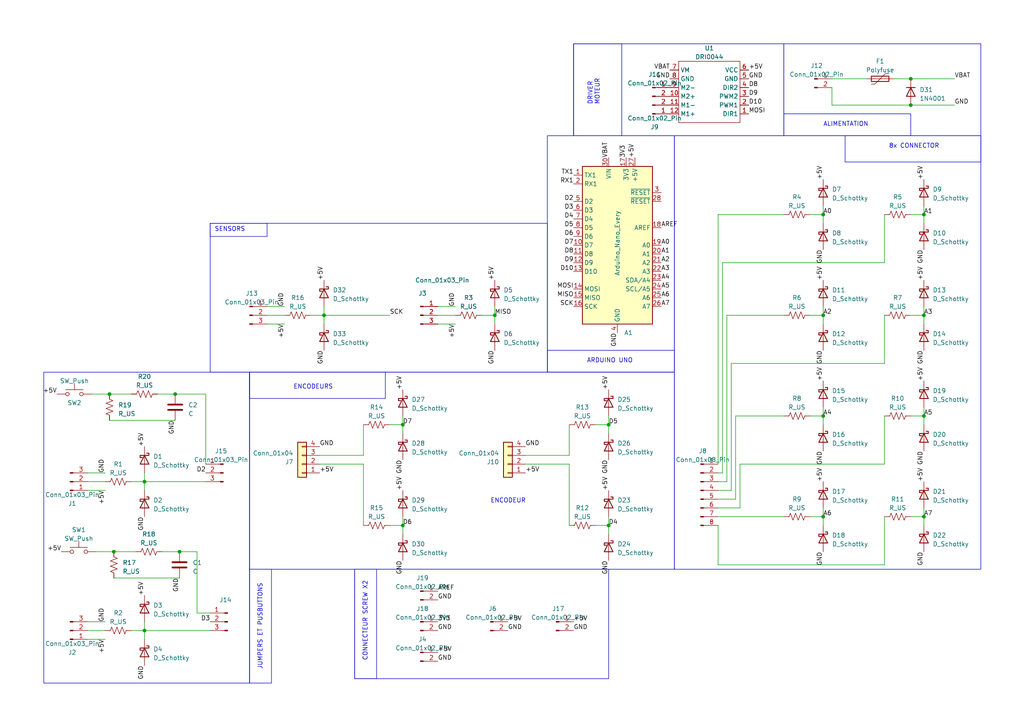
<source format=kicad_sch>
(kicad_sch (version 20230121) (generator eeschema)
  (paper "A4")
  (lib_symbols
    (symbol "Connector:Conn_01x02_Pin" (pin_names (offset 1.016) hide)
      (property "Reference" "J" (at 0 2.54 0))
      (property "Value" "Conn_01x02_Pin" (at 0 -5.08 0))
      (symbol "Conn_01x02_Pin_1_1"
        (polyline (pts (xy 1.27 -2.54) (xy 0.8636 -2.54)) (stroke (width 0.1524)))
        (polyline (pts (xy 1.27 0) (xy 0.8636 0)) (stroke (width 0.1524)))
        (rectangle (start 0.8636 -2.413) (end 0 -2.667) (stroke (width 0.1524)) (fill (type outline)))
        (rectangle (start 0.8636 0.127) (end 0 -0.127) (stroke (width 0.1524)) (fill (type outline)))
        (pin passive line (at 5.08 0 180) (length 3.81) (name "Pin_1") (number "1"))
        (pin passive line (at 5.08 -2.54 180) (length 3.81) (name "Pin_2") (number "2"))
      )
    )
    (symbol "Connector:Conn_01x03_Pin" (pin_names (offset 1.016) hide)
      (property "Reference" "J" (at 0 5.08 0))
      (property "Value" "Conn_01x03_Pin" (at 0 -5.08 0))
      (symbol "Conn_01x03_Pin_1_1"
        (polyline (pts (xy 1.27 -2.54) (xy 0.8636 -2.54)) (stroke (width 0.1524)))
        (polyline (pts (xy 1.27 0) (xy 0.8636 0)) (stroke (width 0.1524)))
        (polyline (pts (xy 1.27 2.54) (xy 0.8636 2.54)) (stroke (width 0.1524)))
        (rectangle (start 0.8636 -2.413) (end 0 -2.667) (stroke (width 0.1524)) (fill (type outline)))
        (rectangle (start 0.8636 0.127) (end 0 -0.127) (stroke (width 0.1524)) (fill (type outline)))
        (rectangle (start 0.8636 2.667) (end 0 2.413) (stroke (width 0.1524)) (fill (type outline)))
        (pin passive line (at 5.08 2.54 180) (length 3.81) (name "Pin_1") (number "1"))
        (pin passive line (at 5.08 0 180) (length 3.81) (name "Pin_2") (number "2"))
        (pin passive line (at 5.08 -2.54 180) (length 3.81) (name "Pin_3") (number "3"))
      )
    )
    (symbol "Connector:Conn_01x08_Pin" (pin_names (offset 1.016) hide)
      (property "Reference" "J" (at 0 10.16 0))
      (property "Value" "Conn_01x08_Pin" (at 0 -12.7 0))
      (symbol "Conn_01x08_Pin_1_1"
        (polyline (pts (xy 1.27 -10.16) (xy 0.8636 -10.16)) (stroke (width 0.1524)))
        (polyline (pts (xy 1.27 -7.62) (xy 0.8636 -7.62)) (stroke (width 0.1524)))
        (polyline (pts (xy 1.27 -5.08) (xy 0.8636 -5.08)) (stroke (width 0.1524)))
        (polyline (pts (xy 1.27 -2.54) (xy 0.8636 -2.54)) (stroke (width 0.1524)))
        (polyline (pts (xy 1.27 0) (xy 0.8636 0)) (stroke (width 0.1524)))
        (polyline (pts (xy 1.27 2.54) (xy 0.8636 2.54)) (stroke (width 0.1524)))
        (polyline (pts (xy 1.27 5.08) (xy 0.8636 5.08)) (stroke (width 0.1524)))
        (polyline (pts (xy 1.27 7.62) (xy 0.8636 7.62)) (stroke (width 0.1524)))
        (rectangle (start 0.8636 -10.033) (end 0 -10.287) (stroke (width 0.1524)) (fill (type outline)))
        (rectangle (start 0.8636 -7.493) (end 0 -7.747) (stroke (width 0.1524)) (fill (type outline)))
        (rectangle (start 0.8636 -4.953) (end 0 -5.207) (stroke (width 0.1524)) (fill (type outline)))
        (rectangle (start 0.8636 -2.413) (end 0 -2.667) (stroke (width 0.1524)) (fill (type outline)))
        (rectangle (start 0.8636 0.127) (end 0 -0.127) (stroke (width 0.1524)) (fill (type outline)))
        (rectangle (start 0.8636 2.667) (end 0 2.413) (stroke (width 0.1524)) (fill (type outline)))
        (rectangle (start 0.8636 5.207) (end 0 4.953) (stroke (width 0.1524)) (fill (type outline)))
        (rectangle (start 0.8636 7.747) (end 0 7.493) (stroke (width 0.1524)) (fill (type outline)))
        (pin passive line (at 5.08 7.62 180) (length 3.81) (name "Pin_1") (number "1"))
        (pin passive line (at 5.08 5.08 180) (length 3.81) (name "Pin_2") (number "2"))
        (pin passive line (at 5.08 2.54 180) (length 3.81) (name "Pin_3") (number "3"))
        (pin passive line (at 5.08 0 180) (length 3.81) (name "Pin_4") (number "4"))
        (pin passive line (at 5.08 -2.54 180) (length 3.81) (name "Pin_5") (number "5"))
        (pin passive line (at 5.08 -5.08 180) (length 3.81) (name "Pin_6") (number "6"))
        (pin passive line (at 5.08 -7.62 180) (length 3.81) (name "Pin_7") (number "7"))
        (pin passive line (at 5.08 -10.16 180) (length 3.81) (name "Pin_8") (number "8"))
      )
    )
    (symbol "Connector_Generic:Conn_01x04" (pin_names (offset 1.016) hide)
      (property "Reference" "J" (at 0 5.08 0))
      (property "Value" "Conn_01x04" (at 0 -7.62 0))
      (symbol "Conn_01x04_1_1"
        (rectangle (start -1.27 -4.953) (end 0 -5.207) (stroke (width 0.1524)))
        (rectangle (start -1.27 -2.413) (end 0 -2.667) (stroke (width 0.1524)))
        (rectangle (start -1.27 0.127) (end 0 -0.127) (stroke (width 0.1524)))
        (rectangle (start -1.27 2.667) (end 0 2.413) (stroke (width 0.1524)))
        (rectangle (start -1.27 3.81) (end 1.27 -6.35) (stroke (width 0.254)) (fill (type background)))
        (pin passive line (at -5.08 2.54 0) (length 3.81) (name "Pin_1") (number "1"))
        (pin passive line (at -5.08 0 0) (length 3.81) (name "Pin_2") (number "2"))
        (pin passive line (at -5.08 -2.54 0) (length 3.81) (name "Pin_3") (number "3"))
        (pin passive line (at -5.08 -5.08 0) (length 3.81) (name "Pin_4") (number "4"))
      )
    )
    (symbol "Device:C" (pin_numbers hide) (pin_names (offset 0.254))
      (property "Reference" "C" (at 0.635 2.54 0))
      (property "Value" "C" (at 0.635 -2.54 0))
      (symbol "C_0_1"
        (polyline (pts (xy -2.032 -0.762) (xy 2.032 -0.762)) (stroke (width 0.508)))
        (polyline (pts (xy -2.032 0.762) (xy 2.032 0.762)) (stroke (width 0.508)))
      )
      (symbol "C_1_1"
        (pin passive line (at 0 3.81 270) (length 2.794) (name "~") (number "1"))
        (pin passive line (at 0 -3.81 90) (length 2.794) (name "~") (number "2"))
      )
    )
    (symbol "Device:D_Schottky" (pin_numbers hide) (pin_names (offset 1.016) hide)
      (property "Reference" "D" (at 0 2.54 0))
      (property "Value" "D_Schottky" (at 0 -2.54 0))
      (symbol "D_Schottky_0_1"
        (polyline (pts (xy 1.27 0) (xy -1.27 0)))
        (polyline (pts (xy 1.27 1.27) (xy 1.27 -1.27) (xy -1.27 0) (xy 1.27 1.27)) (stroke (width 0.254)))
        (polyline (pts (xy -1.905 0.635) (xy -1.905 1.27) (xy -1.27 1.27) (xy -1.27 -1.27) (xy -0.635 -1.27) (xy -0.635 -0.635)) (stroke (width 0.254)))
      )
      (symbol "D_Schottky_1_1"
        (pin passive line (at -3.81 0 0) (length 2.54) (name "K") (number "1"))
        (pin passive line (at 3.81 0 180) (length 2.54) (name "A") (number "2"))
      )
    )
    (symbol "Device:Polyfuse" (pin_numbers hide) (pin_names (offset 0))
      (property "Reference" "F" (at -2.54 0 90))
      (property "Value" "Polyfuse" (at 2.54 0 90))
      (symbol "Polyfuse_0_1"
        (rectangle (start -0.762 2.54) (end 0.762 -2.54) (stroke (width 0.254)))
        (polyline (pts (xy 0 2.54) (xy 0 -2.54)))
        (polyline (pts (xy -1.524 2.54) (xy -1.524 1.524) (xy 1.524 -1.524) (xy 1.524 -2.54)))
      )
      (symbol "Polyfuse_1_1"
        (pin passive line (at 0 3.81 270) (length 1.27) (name "~") (number "1"))
        (pin passive line (at 0 -3.81 90) (length 1.27) (name "~") (number "2"))
      )
    )
    (symbol "Device:R_US" (pin_numbers hide) (pin_names (offset 0))
      (property "Reference" "R" (at 2.54 0 90))
      (property "Value" "R_US" (at -2.54 0 90))
      (symbol "R_US_0_1"
        (polyline (pts (xy 0 -2.286) (xy 0 -2.54)))
        (polyline (pts (xy 0 2.286) (xy 0 2.54)))
        (polyline (pts (xy 0 -0.762) (xy 1.016 -1.143) (xy 0 -1.524) (xy -1.016 -1.905) (xy 0 -2.286)))
        (polyline (pts (xy 0 0.762) (xy 1.016 0.381) (xy 0 0) (xy -1.016 -0.381) (xy 0 -0.762)))
        (polyline (pts (xy 0 2.286) (xy 1.016 1.905) (xy 0 1.524) (xy -1.016 1.143) (xy 0 0.762)))
      )
      (symbol "R_US_1_1"
        (pin passive line (at 0 3.81 270) (length 1.27) (name "~") (number "1"))
        (pin passive line (at 0 -3.81 90) (length 1.27) (name "~") (number "2"))
      )
    )
    (symbol "Diode:1N4001" (pin_numbers hide) (pin_names hide)
      (property "Reference" "D" (at 0 2.54 0))
      (property "Value" "1N4001" (at 0 -2.54 0))
      (symbol "1N4001_0_1"
        (polyline (pts (xy -1.27 1.27) (xy -1.27 -1.27)) (stroke (width 0.254)))
        (polyline (pts (xy 1.27 0) (xy -1.27 0)))
        (polyline (pts (xy 1.27 1.27) (xy 1.27 -1.27) (xy -1.27 0) (xy 1.27 1.27)) (stroke (width 0.254)))
      )
      (symbol "1N4001_1_1"
        (pin passive line (at -3.81 0 0) (length 2.54) (name "K") (number "1"))
        (pin passive line (at 3.81 0 180) (length 2.54) (name "A") (number "2"))
      )
    )
    (symbol "MCU_Module:Arduino_Nano_Every"
      (property "Reference" "A" (at -10.16 23.495 0))
      (property "Value" "Arduino_Nano_Every" (at 5.08 -24.13 0))
      (symbol "Arduino_Nano_Every_0_1"
        (rectangle (start -10.16 22.86) (end 10.16 -22.86) (stroke (width 0.254)) (fill (type background)))
      )
      (symbol "Arduino_Nano_Every_1_1"
        (pin bidirectional line (at -12.7 20.32 0) (length 2.54) (name "TX1") (number "1"))
        (pin bidirectional line (at -12.7 0 0) (length 2.54) (name "D7") (number "10"))
        (pin bidirectional line (at -12.7 -2.54 0) (length 2.54) (name "D8") (number "11"))
        (pin bidirectional line (at -12.7 -5.08 0) (length 2.54) (name "D9") (number "12"))
        (pin bidirectional line (at -12.7 -7.62 0) (length 2.54) (name "D10") (number "13"))
        (pin bidirectional line (at -12.7 -12.7 0) (length 2.54) (name "MOSI") (number "14"))
        (pin bidirectional line (at -12.7 -15.24 0) (length 2.54) (name "MISO") (number "15"))
        (pin bidirectional line (at -12.7 -17.78 0) (length 2.54) (name "SCK") (number "16"))
        (pin power_out line (at 2.54 25.4 270) (length 2.54) (name "3V3") (number "17"))
        (pin input line (at 12.7 5.08 180) (length 2.54) (name "AREF") (number "18"))
        (pin bidirectional line (at 12.7 0 180) (length 2.54) (name "A0") (number "19"))
        (pin bidirectional line (at -12.7 17.78 0) (length 2.54) (name "RX1") (number "2"))
        (pin bidirectional line (at 12.7 -2.54 180) (length 2.54) (name "A1") (number "20"))
        (pin bidirectional line (at 12.7 -5.08 180) (length 2.54) (name "A2") (number "21"))
        (pin bidirectional line (at 12.7 -7.62 180) (length 2.54) (name "A3") (number "22"))
        (pin bidirectional line (at 12.7 -10.16 180) (length 2.54) (name "SDA/A4") (number "23"))
        (pin bidirectional line (at 12.7 -12.7 180) (length 2.54) (name "SCL/A5") (number "24"))
        (pin bidirectional line (at 12.7 -15.24 180) (length 2.54) (name "A6") (number "25"))
        (pin bidirectional line (at 12.7 -17.78 180) (length 2.54) (name "A7") (number "26"))
        (pin power_out line (at 5.08 25.4 270) (length 2.54) (name "+5V") (number "27"))
        (pin input line (at 12.7 12.7 180) (length 2.54) (name "~{RESET}") (number "28"))
        (pin passive line (at 0 -25.4 90) (length 2.54) hide (name "GND") (number "29"))
        (pin input line (at 12.7 15.24 180) (length 2.54) (name "~{RESET}") (number "3"))
        (pin power_in line (at -2.54 25.4 270) (length 2.54) (name "VIN") (number "30"))
        (pin power_in line (at 0 -25.4 90) (length 2.54) (name "GND") (number "4"))
        (pin bidirectional line (at -12.7 12.7 0) (length 2.54) (name "D2") (number "5"))
        (pin bidirectional line (at -12.7 10.16 0) (length 2.54) (name "D3") (number "6"))
        (pin bidirectional line (at -12.7 7.62 0) (length 2.54) (name "D4") (number "7"))
        (pin bidirectional line (at -12.7 5.08 0) (length 2.54) (name "D5") (number "8"))
        (pin bidirectional line (at -12.7 2.54 0) (length 2.54) (name "D6") (number "9"))
      )
    )
    (symbol "MoLib:DRI0044"
      (property "Reference" "U?" (at -5.08 10.16 0))
      (property "Value" "DRI0044" (at 0 -9.9544 0))
      (symbol "DRI0044_0_1"
        (rectangle (start -8.89 8.89) (end 8.89 -8.89))
      )
      (symbol "DRI0044_1_1"
        (pin input line (at -11.43 6.35 0) (length 2.54) (name "DIR1") (number "1"))
        (pin bidirectional line (at 11.43 1.27 180) (length 2.54) (name "M2+") (number "10"))
        (pin bidirectional line (at 11.43 3.81 180) (length 2.54) (name "M1-") (number "11"))
        (pin bidirectional line (at 11.43 6.35 180) (length 2.54) (name "M1+") (number "12"))
        (pin input line (at -11.43 3.81 0) (length 2.54) (name "PWM1") (number "2"))
        (pin input line (at -11.43 1.27 0) (length 2.54) (name "PWM2") (number "3"))
        (pin input line (at -11.43 -1.27 0) (length 2.54) (name "DIR2") (number "4"))
        (pin passive line (at -11.43 -3.81 0) (length 2.54) (name "GND") (number "5"))
        (pin passive line (at -11.43 -6.35 0) (length 2.54) (name "VCC") (number "6"))
        (pin passive line (at 11.43 -6.35 180) (length 2.54) (name "VM") (number "7"))
        (pin passive line (at 11.43 -3.81 180) (length 2.54) (name "GND") (number "8"))
        (pin bidirectional line (at 11.43 -1.27 180) (length 2.54) (name "M2-") (number "9"))
      )
    )
    (symbol "Switch:SW_Push" (pin_numbers hide) (pin_names (offset 1.016) hide)
      (property "Reference" "SW" (at 1.27 2.54 0))
      (property "Value" "SW_Push" (at 0 -1.524 0))
      (symbol "SW_Push_0_1"
        (circle (center -2.032 0) (radius 0.508))
        (polyline (pts (xy 0 1.27) (xy 0 3.048)))
        (polyline (pts (xy 2.54 1.27) (xy -2.54 1.27)))
        (circle (center 2.032 0) (radius 0.508))
        (pin passive line (at -5.08 0 0) (length 2.54) (name "1") (number "1"))
        (pin passive line (at 5.08 0 180) (length 2.54) (name "2") (number "2"))
      )
    )
  )
  (junction (at 267.97 91.44))
  (junction (at 116.84 152.4))
  (junction (at 33.02 160.02))
  (junction (at 31.75 114.3))
  (junction (at 41.91 139.7))
  (junction (at 50.8 114.3))
  (junction (at 267.97 120.65))
  (junction (at 264.16 30.48))
  (junction (at 238.76 91.44))
  (junction (at 143.51 91.44))
  (junction (at 264.16 22.86))
  (junction (at 176.53 123.19))
  (junction (at 176.53 152.4))
  (junction (at 52.07 160.02))
  (junction (at 116.84 123.19))
  (junction (at 238.76 120.65))
  (junction (at 238.76 62.23))
  (junction (at 41.91 182.88))
  (junction (at 238.76 149.86))
  (junction (at 267.97 62.23))
  (junction (at 267.97 149.86))
  (junction (at 93.98 91.44))
  (wire (pts (xy 256.54 163.83) (xy 208.28 163.83)))
  (wire (pts (xy 256.54 105.41) (xy 212.09 105.41)))
  (wire (pts (xy 26.67 114.3) (xy 31.75 114.3)))
  (wire (pts (xy 256.54 76.2) (xy 209.55 76.2)))
  (wire (pts (xy 172.72 123.19) (xy 176.53 123.19)))
  (wire (pts (xy 264.16 22.86) (xy 276.86 22.86)))
  (wire (pts (xy 176.53 152.4) (xy 176.53 154.94)))
  (wire (pts (xy 256.54 91.44) (xy 256.54 105.41)))
  (wire (pts (xy 113.03 152.4) (xy 116.84 152.4)))
  (wire (pts (xy 241.3 25.4) (xy 241.3 30.48)))
  (wire (pts (xy 38.1 182.88) (xy 41.91 182.88)))
  (wire (pts (xy 116.84 123.19) (xy 116.84 120.65)))
  (wire (pts (xy 139.7 91.44) (xy 143.51 91.44)))
  (wire (pts (xy 52.07 160.02) (xy 57.15 160.02)))
  (wire (pts (xy 93.98 91.44) (xy 93.98 93.98)))
  (wire (pts (xy 33.02 160.02) (xy 39.37 160.02)))
  (wire (pts (xy 227.33 62.23) (xy 208.28 62.23)))
  (wire (pts (xy 267.97 91.44) (xy 267.97 93.98)))
  (wire (pts (xy 46.99 160.02) (xy 52.07 160.02)))
  (wire (pts (xy 31.75 121.92) (xy 50.8 121.92)))
  (wire (pts (xy 152.4 134.62) (xy 165.1 134.62)))
  (wire (pts (xy 41.91 182.88) (xy 41.91 185.42)))
  (wire (pts (xy 264.16 91.44) (xy 267.97 91.44)))
  (wire (pts (xy 267.97 149.86) (xy 267.97 152.4)))
  (wire (pts (xy 212.09 142.24) (xy 208.28 142.24)))
  (wire (pts (xy 227.33 91.44) (xy 210.82 91.44)))
  (wire (pts (xy 238.76 62.23) (xy 238.76 59.69)))
  (wire (pts (xy 208.28 163.83) (xy 208.28 152.4)))
  (wire (pts (xy 241.3 22.86) (xy 251.46 22.86)))
  (wire (pts (xy 41.91 139.7) (xy 41.91 142.24)))
  (wire (pts (xy 264.16 120.65) (xy 267.97 120.65)))
  (wire (pts (xy 105.41 132.08) (xy 105.41 123.19)))
  (wire (pts (xy 267.97 120.65) (xy 267.97 123.19)))
  (wire (pts (xy 152.4 132.08) (xy 165.1 132.08)))
  (wire (pts (xy 256.54 120.65) (xy 256.54 134.62)))
  (wire (pts (xy 234.95 120.65) (xy 238.76 120.65)))
  (wire (pts (xy 59.69 114.3) (xy 50.8 114.3)))
  (wire (pts (xy 176.53 152.4) (xy 176.53 149.86)))
  (wire (pts (xy 210.82 139.7) (xy 208.28 139.7)))
  (wire (pts (xy 238.76 120.65) (xy 238.76 123.19)))
  (wire (pts (xy 256.54 62.23) (xy 256.54 76.2)))
  (wire (pts (xy 267.97 149.86) (xy 267.97 147.32)))
  (wire (pts (xy 33.02 167.64) (xy 52.07 167.64)))
  (wire (pts (xy 238.76 62.23) (xy 238.76 64.77)))
  (wire (pts (xy 210.82 91.44) (xy 210.82 139.7)))
  (wire (pts (xy 25.4 180.34) (xy 30.48 180.34)))
  (wire (pts (xy 127 88.9) (xy 132.08 88.9)))
  (wire (pts (xy 127 93.98) (xy 132.08 93.98)))
  (wire (pts (xy 59.69 134.62) (xy 59.69 114.3)))
  (wire (pts (xy 116.84 152.4) (xy 116.84 149.86)))
  (wire (pts (xy 267.97 62.23) (xy 267.97 64.77)))
  (wire (pts (xy 172.72 152.4) (xy 176.53 152.4)))
  (wire (pts (xy 57.15 160.02) (xy 57.15 177.8)))
  (wire (pts (xy 25.4 142.24) (xy 30.48 142.24)))
  (wire (pts (xy 267.97 62.23) (xy 267.97 59.69)))
  (wire (pts (xy 25.4 185.42) (xy 30.48 185.42)))
  (wire (pts (xy 92.71 132.08) (xy 105.41 132.08)))
  (wire (pts (xy 176.53 123.19) (xy 176.53 120.65)))
  (wire (pts (xy 105.41 134.62) (xy 105.41 152.4)))
  (wire (pts (xy 256.54 149.86) (xy 256.54 163.83)))
  (wire (pts (xy 234.95 149.86) (xy 238.76 149.86)))
  (wire (pts (xy 92.71 134.62) (xy 105.41 134.62)))
  (wire (pts (xy 176.53 123.19) (xy 176.53 125.73)))
  (wire (pts (xy 41.91 182.88) (xy 60.96 182.88)))
  (wire (pts (xy 165.1 123.19) (xy 165.1 132.08)))
  (wire (pts (xy 57.15 177.8) (xy 60.96 177.8)))
  (wire (pts (xy 41.91 182.88) (xy 41.91 180.34)))
  (wire (pts (xy 77.47 93.98) (xy 82.55 93.98)))
  (wire (pts (xy 45.72 114.3) (xy 50.8 114.3)))
  (wire (pts (xy 213.36 144.78) (xy 208.28 144.78)))
  (wire (pts (xy 127 91.44) (xy 132.08 91.44)))
  (wire (pts (xy 213.36 120.65) (xy 213.36 144.78)))
  (wire (pts (xy 267.97 91.44) (xy 267.97 88.9)))
  (wire (pts (xy 209.55 137.16) (xy 208.28 137.16)))
  (wire (pts (xy 208.28 149.86) (xy 227.33 149.86)))
  (wire (pts (xy 241.3 30.48) (xy 264.16 30.48)))
  (wire (pts (xy 212.09 105.41) (xy 212.09 142.24)))
  (wire (pts (xy 27.94 160.02) (xy 33.02 160.02)))
  (wire (pts (xy 238.76 149.86) (xy 238.76 152.4)))
  (wire (pts (xy 90.17 91.44) (xy 93.98 91.44)))
  (wire (pts (xy 238.76 120.65) (xy 238.76 118.11)))
  (wire (pts (xy 93.98 91.44) (xy 113.03 91.44)))
  (wire (pts (xy 267.97 120.65) (xy 267.97 118.11)))
  (wire (pts (xy 259.08 22.86) (xy 264.16 22.86)))
  (wire (pts (xy 209.55 76.2) (xy 209.55 137.16)))
  (wire (pts (xy 25.4 182.88) (xy 30.48 182.88)))
  (wire (pts (xy 93.98 91.44) (xy 93.98 88.9)))
  (wire (pts (xy 38.1 139.7) (xy 41.91 139.7)))
  (wire (pts (xy 116.84 152.4) (xy 116.84 154.94)))
  (wire (pts (xy 41.91 139.7) (xy 59.69 139.7)))
  (wire (pts (xy 143.51 91.44) (xy 143.51 93.98)))
  (wire (pts (xy 77.47 91.44) (xy 82.55 91.44)))
  (wire (pts (xy 41.91 139.7) (xy 41.91 137.16)))
  (wire (pts (xy 234.95 62.23) (xy 238.76 62.23)))
  (wire (pts (xy 238.76 91.44) (xy 238.76 88.9)))
  (wire (pts (xy 25.4 137.16) (xy 30.48 137.16)))
  (wire (pts (xy 113.03 123.19) (xy 116.84 123.19)))
  (wire (pts (xy 234.95 91.44) (xy 238.76 91.44)))
  (wire (pts (xy 238.76 149.86) (xy 238.76 147.32)))
  (wire (pts (xy 264.16 62.23) (xy 267.97 62.23)))
  (wire (pts (xy 116.84 123.19) (xy 116.84 125.73)))
  (wire (pts (xy 214.63 134.62) (xy 214.63 147.32)))
  (wire (pts (xy 264.16 30.48) (xy 276.86 30.48)))
  (wire (pts (xy 238.76 91.44) (xy 238.76 93.98)))
  (wire (pts (xy 31.75 114.3) (xy 38.1 114.3)))
  (wire (pts (xy 25.4 139.7) (xy 30.48 139.7)))
  (wire (pts (xy 165.1 134.62) (xy 165.1 152.4)))
  (wire (pts (xy 143.51 91.44) (xy 143.51 88.9)))
  (wire (pts (xy 256.54 134.62) (xy 214.63 134.62)))
  (wire (pts (xy 208.28 62.23) (xy 208.28 134.62)))
  (wire (pts (xy 77.47 88.9) (xy 82.55 88.9)))
  (wire (pts (xy 264.16 149.86) (xy 267.97 149.86)))
  (wire (pts (xy 214.63 147.32) (xy 208.28 147.32)))
  (wire (pts (xy 227.33 120.65) (xy 213.36 120.65)))
  (rectangle (start 227.33 33.02) (end 264.16 39.37))
  (rectangle (start 72.39 107.95) (end 111.76 115.57))
  (rectangle (start 245.11 39.37) (end 284.48 46.99))
  (rectangle (start 102.87 165.1) (end 109.22 196.85))
  (rectangle (start 12.7 107.95) (end 72.39 198.12))
  (rectangle (start 158.75 101.6) (end 195.58 107.95))
  (rectangle (start 166.37 12.7) (end 180.34 39.37))
  (rectangle (start 72.39 107.95) (end 195.58 165.1))
  (rectangle (start 72.39 165.1) (end 78.74 198.12))
  (rectangle (start 195.58 39.37) (end 284.48 165.1))
  (rectangle (start 60.96 64.77) (end 158.75 107.95))
  (rectangle (start 158.75 39.37) (end 195.58 107.95))
  (rectangle (start 60.96 64.77) (end 77.47 68.58))
  (rectangle (start 227.33 12.7) (end 284.48 39.37))
  (rectangle (start 102.87 165.1) (end 176.53 196.85))
  (rectangle (start 166.37 12.7) (end 227.33 39.37))
  (text "ALIMENTATION" (at 238.76 36.83 0) (effects (font (size 1.27 1.27)) (justify left bottom)))
  (text "ENCODEURS" (at 85.09 113.03 0) (effects (font (size 1.27 1.27)) (justify left bottom)))
  (text "ENCODEUR" (at 142.24 146.05 0) (effects (font (size 1.27 1.27)) (justify left bottom)))
  (text "JUMPERS ET PUSBUTTONS" (at 76.2 194.31 90) (effects (font (size 1.27 1.27)) (justify left bottom)))
  (text "8x CONNECTOR" (at 257.81 43.18 0) (effects (font (size 1.27 1.27)) (justify left bottom)))
  (text "DRIVER\nMOTEUR" (at 173.99 30.48 90) (effects (font (size 1.27 1.27)) (justify left bottom)))
  (text "CONNECTEUR SCREW X2" (at 106.68 191.77 90) (effects (font (size 1.27 1.27)) (justify left bottom)))
  (text "ARDUINO UNO" (at 170.18 105.41 0) (effects (font (size 1.27 1.27)) (justify left bottom)))
  (text "SENSORS" (at 62.23 67.31 0) (effects (font (size 1.27 1.27)) (justify left bottom)))
  (label "A6" (at 191.77 86.36 0))
  (label "MISO" (at 143.51 91.44 0))
  (label "+5V" (at 267.97 110.49 90))
  (label "+5V" (at 217.17 20.32 0))
  (label "GND" (at 92.71 129.54 0))
  (label "+5V" (at 267.97 52.07 90))
  (label "+5V" (at 30.48 142.24 270))
  (label "GND" (at 238.76 101.6 270))
  (label "D3" (at 60.96 180.34 180))
  (label "VBAT" (at 194.31 20.32 180))
  (label "A5" (at 267.97 120.65 0))
  (label "GND" (at 127 173.99 0))
  (label "A6" (at 238.76 149.86 0))
  (label "AREF" (at 127 171.45 0))
  (label "+5V" (at 152.4 137.16 0))
  (label "A3" (at 267.97 91.44 0))
  (label "+5V" (at 176.53 113.03 90))
  (label "GND" (at 30.48 137.16 90))
  (label "D5" (at 176.53 123.19 0))
  (label "MOSI" (at 166.37 83.82 180))
  (label "D10" (at 217.17 30.48 0))
  (label "D7" (at 166.37 71.12 180))
  (label "+5V" (at 116.84 113.03 90))
  (label "SCK" (at 166.37 88.9 180))
  (label "+5V" (at 238.76 139.7 90))
  (label "D10" (at 166.37 78.74 180))
  (label "+5V" (at 116.84 142.24 90))
  (label "GND" (at 176.53 162.56 270))
  (label "GND" (at 93.98 101.6 270))
  (label "D3" (at 166.37 60.96 180))
  (label "+5V" (at 127 189.23 0))
  (label "GND" (at 267.97 72.39 270))
  (label "D2" (at 59.69 137.16 180))
  (label "+5V" (at 82.55 93.98 270))
  (label "+5V" (at 238.76 81.28 90))
  (label "GND" (at 176.53 133.35 270))
  (label "A5" (at 191.77 83.82 0))
  (label "D6" (at 116.84 152.4 0))
  (label "TX1" (at 166.37 50.8 180))
  (label "GND" (at 143.51 101.6 270))
  (label "D9" (at 217.17 27.94 0))
  (label "A7" (at 267.97 149.86 0))
  (label "D8" (at 166.37 73.66 180))
  (label "AREF" (at 191.77 66.04 0))
  (label "+5V" (at 143.51 81.28 90))
  (label "A0" (at 191.77 71.12 0))
  (label "GND" (at 267.97 101.6 270))
  (label "+5V" (at 166.37 180.34 0))
  (label "D4" (at 166.37 63.5 180))
  (label "GND" (at 238.76 72.39 270))
  (label "GND" (at 267.97 160.02 270))
  (label "+5V" (at 16.51 114.3 180))
  (label "GND" (at 166.37 182.88 0))
  (label "GND" (at 132.08 88.9 90))
  (label "GND" (at 238.76 160.02 270))
  (label "+5V" (at 93.98 81.28 90))
  (label "GND" (at 41.91 149.86 270))
  (label "A2" (at 238.76 91.44 0))
  (label "A7" (at 191.77 88.9 0))
  (label "GND" (at 179.07 96.52 270))
  (label "GND" (at 30.48 180.34 90))
  (label "MOSI" (at 217.17 33.02 0))
  (label "GND" (at 52.07 167.64 270))
  (label "RX1" (at 166.37 53.34 180))
  (label "D9" (at 166.37 76.2 180))
  (label "GND" (at 276.86 30.48 0))
  (label "+5V" (at 147.32 180.34 0))
  (label "3V3" (at 181.61 45.72 90))
  (label "VBAT" (at 176.53 45.72 90))
  (label "A1" (at 191.77 73.66 0))
  (label "+5V" (at 132.08 93.98 270))
  (label "D5" (at 166.37 66.04 180))
  (label "MISO" (at 166.37 86.36 180))
  (label "+5V" (at 184.15 45.72 90))
  (label "A3" (at 191.77 78.74 0))
  (label "GND" (at 82.55 88.9 90))
  (label "GND" (at 41.91 193.04 270))
  (label "+5V" (at 30.48 185.42 270))
  (label "A1" (at 267.97 62.23 0))
  (label "+5V" (at 267.97 139.7 90))
  (label "GND" (at 217.17 22.86 0))
  (label "GND" (at 127 191.77 0))
  (label "+5V" (at 41.91 172.72 90))
  (label "A4" (at 191.77 81.28 0))
  (label "GND" (at 194.31 22.86 180))
  (label "GND" (at 50.8 121.92 270))
  (label "+5V" (at 92.71 137.16 0))
  (label "A2" (at 191.77 76.2 0))
  (label "GND" (at 116.84 162.56 270))
  (label "D8" (at 217.17 25.4 0))
  (label "GND" (at 152.4 129.54 0))
  (label "3V3" (at 127 180.34 0))
  (label "A4" (at 238.76 120.65 0))
  (label "+5V" (at 176.53 142.24 90))
  (label "GND" (at 127 182.88 0))
  (label "+5V" (at 17.78 160.02 180))
  (label "D4" (at 176.53 152.4 0))
  (label "A0" (at 238.76 62.23 0))
  (label "SCK" (at 113.03 91.44 0))
  (label "GND" (at 238.76 130.81 270))
  (label "D6" (at 166.37 68.58 180))
  (label "+5V" (at 238.76 110.49 90))
  (label "D2" (at 166.37 58.42 180))
  (label "VBAT" (at 276.86 22.86 0))
  (label "+5V" (at 267.97 81.28 90))
  (label "GND" (at 147.32 182.88 0))
  (label "D7" (at 116.84 123.19 0))
  (label "GND" (at 267.97 130.81 270))
  (label "+5V" (at 238.76 52.07 90))
  (label "+5V" (at 41.91 129.54 90))
  (label "GND" (at 116.84 133.35 270))
  (symbol (lib_id "Device:D_Schottky") (at 176.53 116.84 270) (unit 1)
    (property "Reference" "D25" (at 179.07 115.8875 90) (effects (justify left)))
    (property "Value" "D_Schottky" (at 179.07 118.4275 90) (effects (justify left)))
    (property "Footprint" "SHIELD footprint:SOD-123_L2.8-W1.8-LS3.7-RD" (effects hide))
  )
  (symbol (lib_id "Device:D_Schottky") (at 238.76 68.58 270) (unit 1)
    (property "Reference" "D8" (at 241.3 67.6275 90) (effects (justify left)))
    (property "Value" "D_Schottky" (at 241.3 70.1675 90) (effects (justify left)))
    (property "Footprint" "SHIELD footprint:SOD-123_L2.8-W1.8-LS3.7-RD" (effects hide))
  )
  (symbol (lib_id "Device:R_US") (at 135.89 91.44 90) (unit 1)
    (property "Reference" "R3" (at 135.89 86.36 90))
    (property "Value" "R_US" (at 135.89 88.9 90))
    (property "Footprint" "SHIELD footprint:R1210" (effects hide))
  )
  (symbol (lib_id "Device:R_US") (at 109.22 152.4 90) (unit 1)
    (property "Reference" "R15" (at 109.22 147.32 90))
    (property "Value" "R_US" (at 109.22 149.86 90))
    (property "Footprint" "SHIELD footprint:R1210" (effects hide))
  )
  (symbol (lib_id "Device:R_US") (at 168.91 123.19 90) (unit 1)
    (property "Reference" "R13" (at 168.91 118.11 90))
    (property "Value" "R_US" (at 168.91 120.65 90))
    (property "Footprint" "SHIELD footprint:R1210" (effects hide))
  )
  (symbol (lib_id "Connector:Conn_01x03_Pin") (at 121.92 91.44 0) (unit 1)
    (property "Reference" "J3" (at 122.555 85.09 0))
    (property "Value" "Conn_01x03_Pin" (at 128.27 81.28 0))
    (property "Footprint" "Connector_JST:JST_XH_B3B-XH-AM_1x03_P2.50mm_Vertical" (effects hide))
  )
  (symbol (lib_id "Device:D_Schottky") (at 267.97 68.58 270) (unit 1)
    (property "Reference" "D10" (at 270.51 67.6275 90) (effects (justify left)))
    (property "Value" "D_Schottky" (at 270.51 70.1675 90) (effects (justify left)))
    (property "Footprint" "SHIELD footprint:SOD-123_L2.8-W1.8-LS3.7-RD" (effects hide))
  )
  (symbol (lib_id "Device:C") (at 50.8 118.11 0) (unit 1)
    (property "Reference" "C2" (at 54.61 117.475 0) (effects (justify left)))
    (property "Value" "C" (at 54.61 120.015 0) (effects (justify left)))
    (property "Footprint" "SHIELD footprint:capa_10nF" (effects hide))
  )
  (symbol (lib_id "Connector:Conn_01x02_Pin") (at 161.29 180.34 0) (unit 1)
    (property "Reference" "J17" (at 161.925 176.53 0))
    (property "Value" "Conn_01x02_Pin" (at 161.925 179.07 0))
    (property "Footprint" "SHIELD footprint:TerminalBlock_Phoenix_MPT-0,5-2-2.54_1x02_P2.54mm_Horizontal" (effects hide))
  )
  (symbol (lib_id "Device:R_US") (at 231.14 62.23 90) (unit 1)
    (property "Reference" "R4" (at 231.14 57.15 90))
    (property "Value" "R_US" (at 231.14 59.69 90))
    (property "Footprint" "SHIELD footprint:R1210" (effects hide))
  )
  (symbol (lib_id "Device:D_Schottky") (at 267.97 55.88 270) (unit 1)
    (property "Reference" "D9" (at 270.51 54.9275 90) (effects (justify left)))
    (property "Value" "D_Schottky" (at 270.51 57.4675 90) (effects (justify left)))
    (property "Footprint" "SHIELD footprint:SOD-123_L2.8-W1.8-LS3.7-RD" (effects hide))
  )
  (symbol (lib_id "Device:Polyfuse") (at 255.27 22.86 90) (unit 1)
    (property "Reference" "F1" (at 255.27 17.78 90))
    (property "Value" "Polyfuse" (at 255.27 20.32 90))
    (property "Footprint" "SHIELD footprint:FUSM4632X85" (effects hide))
  )
  (symbol (lib_id "Connector:Conn_01x02_Pin") (at 189.23 33.02 0) (mirror x) (unit 1)
    (property "Reference" "J9" (at 189.865 36.83 0))
    (property "Value" "Conn_01x02_Pin" (at 189.865 34.29 0))
    (property "Footprint" "SHIELD footprint:TerminalBlock_Phoenix_MPT-0,5-2-2.54_1x02_P2.54mm_Horizontal" (effects hide))
  )
  (symbol (lib_id "Device:D_Schottky") (at 41.91 176.53 270) (unit 1)
    (property "Reference" "D3" (at 44.45 175.5775 90) (effects (justify left)))
    (property "Value" "D_Schottky" (at 44.45 178.1175 90) (effects (justify left)))
    (property "Footprint" "SHIELD footprint:SOD-123_L2.8-W1.8-LS3.7-RD" (effects hide))
  )
  (symbol (lib_id "Device:D_Schottky") (at 238.76 55.88 270) (unit 1)
    (property "Reference" "D7" (at 241.3 54.9275 90) (effects (justify left)))
    (property "Value" "D_Schottky" (at 241.3 57.4675 90) (effects (justify left)))
    (property "Footprint" "SHIELD footprint:SOD-123_L2.8-W1.8-LS3.7-RD" (effects hide))
  )
  (symbol (lib_id "Device:R_US") (at 260.35 120.65 90) (unit 1)
    (property "Reference" "R10" (at 260.35 115.57 90))
    (property "Value" "R_US" (at 260.35 118.11 90))
    (property "Footprint" "SHIELD footprint:R1210" (effects hide))
  )
  (symbol (lib_id "Diode:1N4001") (at 264.16 26.67 270) (unit 1)
    (property "Reference" "D31" (at 266.7 26.035 90) (effects (justify left)))
    (property "Value" "1N4001" (at 266.7 28.575 90) (effects (justify left)))
    (property "Footprint" "Diode_THT:D_DO-41_SOD81_P10.16mm_Horizontal" (effects hide))
    (property "Datasheet" "http://www.vishay.com/docs/88503/1n4001.pdf" (effects hide))
    (property "Sim.Device" "D" (effects hide))
    (property "Sim.Pins" "1=K 2=A" (effects hide))
  )
  (symbol (lib_id "Device:R_US") (at 31.75 118.11 180) (unit 1)
    (property "Reference" "R19" (at 34.29 117.475 0) (effects (justify right)))
    (property "Value" "R_US" (at 34.29 120.015 0) (effects (justify right)))
    (property "Footprint" "SHIELD footprint:R1206" (effects hide))
  )
  (symbol (lib_id "Device:D_Schottky") (at 267.97 127 270) (unit 1)
    (property "Reference" "D20" (at 270.51 126.0475 90) (effects (justify left)))
    (property "Value" "D_Schottky" (at 270.51 128.5875 90) (effects (justify left)))
    (property "Footprint" "SHIELD footprint:SOD-123_L2.8-W1.8-LS3.7-RD" (effects hide))
  )
  (symbol (lib_id "Connector:Conn_01x03_Pin") (at 20.32 139.7 0) (mirror x) (unit 1)
    (property "Reference" "J1" (at 20.955 146.05 0))
    (property "Value" "Conn_01x03_Pin" (at 20.955 143.51 0))
    (property "Footprint" "Connector_JST:JST_XH_B3B-XH-AM_1x03_P2.50mm_Vertical" (effects hide))
  )
  (symbol (lib_id "Device:D_Schottky") (at 143.51 97.79 270) (unit 1)
    (property "Reference" "D6" (at 146.05 96.8375 90) (effects (justify left)))
    (property "Value" "D_Schottky" (at 146.05 99.3775 90) (effects (justify left)))
    (property "Footprint" "SHIELD footprint:SOD-123_L2.8-W1.8-LS3.7-RD" (effects hide))
  )
  (symbol (lib_id "Device:R_US") (at 231.14 120.65 90) (unit 1)
    (property "Reference" "R8" (at 231.14 115.57 90))
    (property "Value" "R_US" (at 231.14 118.11 90))
    (property "Footprint" "SHIELD footprint:R1210" (effects hide))
  )
  (symbol (lib_id "Device:R_US") (at 33.02 163.83 180) (unit 1)
    (property "Reference" "R17" (at 35.56 163.195 0) (effects (justify right)))
    (property "Value" "R_US" (at 35.56 165.735 0) (effects (justify right)))
    (property "Footprint" "SHIELD footprint:R1206" (effects hide))
  )
  (symbol (lib_id "Device:R_US") (at 260.35 91.44 90) (unit 1)
    (property "Reference" "R7" (at 260.35 86.36 90))
    (property "Value" "R_US" (at 260.35 88.9 90))
    (property "Footprint" "SHIELD footprint:R1210" (effects hide))
  )
  (symbol (lib_id "Connector:Conn_01x02_Pin") (at 142.24 180.34 0) (unit 1)
    (property "Reference" "J6" (at 142.875 176.53 0))
    (property "Value" "Conn_01x02_Pin" (at 142.875 179.07 0))
    (property "Footprint" "SHIELD footprint:TerminalBlock_Phoenix_MPT-0,5-2-2.54_1x02_P2.54mm_Horizontal" (effects hide))
  )
  (symbol (lib_id "Device:R_US") (at 231.14 91.44 90) (unit 1)
    (property "Reference" "R6" (at 231.14 86.36 90))
    (property "Value" "R_US" (at 231.14 88.9 90))
    (property "Footprint" "SHIELD footprint:R1210" (effects hide))
  )
  (symbol (lib_id "Connector:Conn_01x02_Pin") (at 189.23 25.4 0) (unit 1)
    (property "Reference" "J11" (at 189.865 21.59 0))
    (property "Value" "Conn_01x02_Pin" (at 189.865 24.13 0))
    (property "Footprint" "SHIELD footprint:TerminalBlock_Phoenix_MPT-0,5-2-2.54_1x02_P2.54mm_Horizontal" (effects hide))
  )
  (symbol (lib_id "Device:C") (at 52.07 163.83 0) (unit 1)
    (property "Reference" "C1" (at 55.88 163.195 0) (effects (justify left)))
    (property "Value" "C" (at 55.88 165.735 0) (effects (justify left)))
    (property "Footprint" "SHIELD footprint:capa_10nF" (effects hide))
  )
  (symbol (lib_id "Device:R_US") (at 86.36 91.44 90) (unit 1)
    (property "Reference" "R16" (at 86.36 86.36 90))
    (property "Value" "R_US" (at 86.36 88.9 90))
    (property "Footprint" "SHIELD footprint:R1210" (effects hide))
  )
  (symbol (lib_id "Device:R_US") (at 43.18 160.02 270) (unit 1)
    (property "Reference" "R18" (at 43.18 154.94 90))
    (property "Value" "R_US" (at 43.18 157.48 90))
    (property "Footprint" "SHIELD footprint:R1206" (effects hide))
  )
  (symbol (lib_id "Connector:Conn_01x03_Pin") (at 20.32 182.88 0) (mirror x) (unit 1)
    (property "Reference" "J2" (at 20.955 189.23 0))
    (property "Value" "Conn_01x03_Pin" (at 20.955 186.69 0))
    (property "Footprint" "Connector_JST:JST_XH_B3B-XH-AM_1x03_P2.50mm_Vertical" (effects hide))
  )
  (symbol (lib_id "Device:R_US") (at 34.29 182.88 90) (unit 1)
    (property "Reference" "R2" (at 34.29 177.8 90))
    (property "Value" "R_US" (at 34.29 180.34 90))
    (property "Footprint" "SHIELD footprint:R1210" (effects hide))
  )
  (symbol (lib_id "Device:D_Schottky") (at 238.76 143.51 270) (unit 1)
    (property "Reference" "D17" (at 241.3 142.5575 90) (effects (justify left)))
    (property "Value" "D_Schottky" (at 241.3 145.0975 90) (effects (justify left)))
    (property "Footprint" "SHIELD footprint:SOD-123_L2.8-W1.8-LS3.7-RD" (effects hide))
  )
  (symbol (lib_id "Device:R_US") (at 34.29 139.7 90) (unit 1)
    (property "Reference" "R1" (at 34.29 134.62 90))
    (property "Value" "R_US" (at 34.29 137.16 90))
    (property "Footprint" "SHIELD footprint:R1210" (effects hide))
  )
  (symbol (lib_id "MCU_Module:Arduino_Nano_Every") (at 179.07 71.12 0) (unit 1)
    (property "Reference" "A1" (at 181.0259 96.52 0) (effects (justify left)))
    (property "Value" "Arduino_Nano_Every" (at 179.07 80.01 90) (effects (justify left)))
    (property "Footprint" "Module:Arduino_Nano_WithMountingHoles" (effects hide))
    (property "Datasheet" "https://content.arduino.cc/assets/NANOEveryV3.0_sch.pdf" (effects hide))
  )
  (symbol (lib_id "Device:D_Schottky") (at 41.91 146.05 270) (unit 1)
    (property "Reference" "D2" (at 44.45 145.0975 90) (effects (justify left)))
    (property "Value" "D_Schottky" (at 44.45 147.6375 90) (effects (justify left)))
    (property "Footprint" "SHIELD footprint:SOD-123_L2.8-W1.8-LS3.7-RD" (effects hide))
  )
  (symbol (lib_id "MoLib:DRI0044") (at 205.74 26.67 180) (unit 1)
    (property "Reference" "U1" (at 205.74 13.97 0))
    (property "Value" "DRI0044" (at 205.74 16.51 0))
    (property "Footprint" "SHIELD footprint:DRI0044" (effects hide))
  )
  (symbol (lib_id "Device:D_Schottky") (at 176.53 158.75 270) (unit 1)
    (property "Reference" "D24" (at 179.07 157.7975 90) (effects (justify left)))
    (property "Value" "D_Schottky" (at 179.07 160.3375 90) (effects (justify left)))
    (property "Footprint" "SHIELD footprint:SOD-123_L2.8-W1.8-LS3.7-RD" (effects hide))
  )
  (symbol (lib_id "Device:D_Schottky") (at 116.84 129.54 270) (unit 1)
    (property "Reference" "D28" (at 119.38 128.5875 90) (effects (justify left)))
    (property "Value" "D_Schottky" (at 119.38 131.1275 90) (effects (justify left)))
    (property "Footprint" "SHIELD footprint:SOD-123_L2.8-W1.8-LS3.7-RD" (effects hide))
  )
  (symbol (lib_id "Device:D_Schottky") (at 93.98 85.09 270) (unit 1)
    (property "Reference" "D32" (at 96.52 84.1375 90) (effects (justify left)))
    (property "Value" "D_Schottky" (at 96.52 86.6775 90) (effects (justify left)))
    (property "Footprint" "SHIELD footprint:SOD-123_L2.8-W1.8-LS3.7-RD" (effects hide))
  )
  (symbol (lib_id "Switch:SW_Push") (at 22.86 160.02 0) (unit 1)
    (property "Reference" "SW1" (at 22.86 153.67 0))
    (property "Value" "SW_Push" (at 22.86 156.21 0))
    (property "Footprint" "Button_Switch_THT:SW_TH_Tactile_Omron_B3F-10xx" (effects hide))
  )
  (symbol (lib_id "Switch:SW_Push") (at 21.59 114.3 0) (unit 1)
    (property "Reference" "SW2" (at 21.59 116.84 0))
    (property "Value" "SW_Push" (at 21.59 110.49 0))
    (property "Footprint" "Button_Switch_THT:SW_TH_Tactile_Omron_B3F-10xx" (effects hide))
  )
  (symbol (lib_id "Device:R_US") (at 41.91 114.3 270) (unit 1)
    (property "Reference" "R20" (at 41.91 109.22 90))
    (property "Value" "R_US" (at 41.91 111.76 90))
    (property "Footprint" "SHIELD footprint:R1206" (effects hide))
  )
  (symbol (lib_id "Device:D_Schottky") (at 238.76 156.21 270) (unit 1)
    (property "Reference" "D18" (at 241.3 155.2575 90) (effects (justify left)))
    (property "Value" "D_Schottky" (at 241.3 157.7975 90) (effects (justify left)))
    (property "Footprint" "SHIELD footprint:SOD-123_L2.8-W1.8-LS3.7-RD" (effects hide))
  )
  (symbol (lib_id "Device:D_Schottky") (at 41.91 189.23 270) (unit 1)
    (property "Reference" "D4" (at 44.45 188.2775 90) (effects (justify left)))
    (property "Value" "D_Schottky" (at 44.45 190.8175 90) (effects (justify left)))
    (property "Footprint" "SHIELD footprint:SOD-123_L2.8-W1.8-LS3.7-RD" (effects hide))
  )
  (symbol (lib_id "Connector:Conn_01x03_Pin") (at 64.77 137.16 0) (mirror y) (unit 1)
    (property "Reference" "J15" (at 64.135 130.81 0))
    (property "Value" "Conn_01x03_Pin" (at 64.135 133.35 0))
    (property "Footprint" "Connector_PinHeader_1.00mm:PinHeader_1x03_P1.00mm_Vertical" (effects hide))
  )
  (symbol (lib_id "Device:D_Schottky") (at 143.51 85.09 270) (unit 1)
    (property "Reference" "D5" (at 146.05 84.1375 90) (effects (justify left)))
    (property "Value" "D_Schottky" (at 146.05 86.6775 90) (effects (justify left)))
    (property "Footprint" "SHIELD footprint:SOD-123_L2.8-W1.8-LS3.7-RD" (effects hide))
  )
  (symbol (lib_id "Device:R_US") (at 260.35 149.86 90) (unit 1)
    (property "Reference" "R11" (at 260.35 144.78 90))
    (property "Value" "R_US" (at 260.35 147.32 90))
    (property "Footprint" "SHIELD footprint:R1210" (effects hide))
  )
  (symbol (lib_id "Device:D_Schottky") (at 116.84 116.84 270) (unit 1)
    (property "Reference" "D27" (at 119.38 115.8875 90) (effects (justify left)))
    (property "Value" "D_Schottky" (at 119.38 118.4275 90) (effects (justify left)))
    (property "Footprint" "SHIELD footprint:SOD-123_L2.8-W1.8-LS3.7-RD" (effects hide))
  )
  (symbol (lib_id "Device:R_US") (at 109.22 123.19 90) (unit 1)
    (property "Reference" "R14" (at 109.22 118.11 90))
    (property "Value" "R_US" (at 109.22 120.65 90))
    (property "Footprint" "SHIELD footprint:R1210" (effects hide))
  )
  (symbol (lib_id "Device:D_Schottky") (at 238.76 127 270) (unit 1)
    (property "Reference" "D16" (at 241.3 126.0475 90) (effects (justify left)))
    (property "Value" "D_Schottky" (at 241.3 128.5875 90) (effects (justify left)))
    (property "Footprint" "SHIELD footprint:SOD-123_L2.8-W1.8-LS3.7-RD" (effects hide))
  )
  (symbol (lib_id "Device:D_Schottky") (at 41.91 133.35 270) (unit 1)
    (property "Reference" "D1" (at 44.45 132.3975 90) (effects (justify left)))
    (property "Value" "D_Schottky" (at 44.45 134.9375 90) (effects (justify left)))
    (property "Footprint" "SHIELD footprint:SOD-123_L2.8-W1.8-LS3.7-RD" (effects hide))
  )
  (symbol (lib_id "Connector:Conn_01x03_Pin") (at 66.04 180.34 0) (mirror y) (unit 1)
    (property "Reference" "J14" (at 65.405 173.99 0))
    (property "Value" "Conn_01x03_Pin" (effects hide))
    (property "Footprint" "Connector_PinHeader_1.00mm:PinHeader_1x03_P1.00mm_Vertical" (effects hide))
  )
  (symbol (lib_id "Device:D_Schottky") (at 238.76 85.09 270) (unit 1)
    (property "Reference" "D11" (at 241.3 84.1375 90) (effects (justify left)))
    (property "Value" "D_Schottky" (at 241.3 86.6775 90) (effects (justify left)))
    (property "Footprint" "SHIELD footprint:SOD-123_L2.8-W1.8-LS3.7-RD" (effects hide))
  )
  (symbol (lib_id "Connector:Conn_01x02_Pin") (at 121.92 189.23 0) (unit 1)
    (property "Reference" "J4" (at 122.555 185.42 0))
    (property "Value" "Conn_01x02_Pin" (at 122.555 187.96 0))
    (property "Footprint" "SHIELD footprint:TerminalBlock_Phoenix_MPT-0,5-2-2.54_1x02_P2.54mm_Horizontal" (effects hide))
  )
  (symbol (lib_id "Device:D_Schottky") (at 267.97 85.09 270) (unit 1)
    (property "Reference" "D13" (at 270.51 84.1375 90) (effects (justify left)))
    (property "Value" "D_Schottky" (at 270.51 86.6775 90) (effects (justify left)))
    (property "Footprint" "SHIELD footprint:SOD-123_L2.8-W1.8-LS3.7-RD" (effects hide))
  )
  (symbol (lib_id "Device:R_US") (at 168.91 152.4 90) (unit 1)
    (property "Reference" "R12" (at 168.91 147.32 90))
    (property "Value" "R_US" (at 168.91 149.86 90))
    (property "Footprint" "SHIELD footprint:R1210" (effects hide))
  )
  (symbol (lib_id "Device:R_US") (at 260.35 62.23 90) (unit 1)
    (property "Reference" "R5" (at 260.35 57.15 90))
    (property "Value" "R_US" (at 260.35 59.69 90))
    (property "Footprint" "SHIELD footprint:R1210" (effects hide))
  )
  (symbol (lib_id "Device:R_US") (at 231.14 149.86 90) (unit 1)
    (property "Reference" "R9" (at 231.14 144.78 90))
    (property "Value" "R_US" (at 231.14 147.32 90))
    (property "Footprint" "SHIELD footprint:R1210" (effects hide))
  )
  (symbol (lib_id "Device:D_Schottky") (at 267.97 114.3 270) (unit 1)
    (property "Reference" "D19" (at 270.51 113.3475 90) (effects (justify left)))
    (property "Value" "D_Schottky" (at 270.51 115.8875 90) (effects (justify left)))
    (property "Footprint" "SHIELD footprint:SOD-123_L2.8-W1.8-LS3.7-RD" (effects hide))
  )
  (symbol (lib_id "Connector:Conn_01x02_Pin") (at 121.92 171.45 0) (unit 1)
    (property "Reference" "J19" (at 122.555 167.64 0))
    (property "Value" "Conn_01x02_Pin" (at 122.555 170.18 0))
    (property "Footprint" "SHIELD footprint:TerminalBlock_Phoenix_MPT-0,5-2-2.54_1x02_P2.54mm_Horizontal" (effects hide))
  )
  (symbol (lib_id "Device:D_Schottky") (at 267.97 156.21 270) (unit 1)
    (property "Reference" "D22" (at 270.51 155.2575 90) (effects (justify left)))
    (property "Value" "D_Schottky" (at 270.51 157.7975 90) (effects (justify left)))
    (property "Footprint" "SHIELD footprint:SOD-123_L2.8-W1.8-LS3.7-RD" (effects hide))
  )
  (symbol (lib_id "Device:D_Schottky") (at 267.97 143.51 270) (unit 1)
    (property "Reference" "D21" (at 270.51 142.5575 90) (effects (justify left)))
    (property "Value" "D_Schottky" (at 270.51 145.0975 90) (effects (justify left)))
    (property "Footprint" "SHIELD footprint:SOD-123_L2.8-W1.8-LS3.7-RD" (effects hide))
  )
  (symbol (lib_id "Connector:Conn_01x02_Pin") (at 121.92 180.34 0) (unit 1)
    (property "Reference" "J18" (at 122.555 176.53 0))
    (property "Value" "Conn_01x02_Pin" (at 122.555 179.07 0))
    (property "Footprint" "SHIELD footprint:TerminalBlock_Phoenix_MPT-0,5-2-2.54_1x02_P2.54mm_Horizontal" (effects hide))
  )
  (symbol (lib_id "Connector_Generic:Conn_01x04") (at 87.63 134.62 180) (unit 1)
    (property "Reference" "J7" (at 85.09 133.985 0) (effects (justify left)))
    (property "Value" "Conn_01x04" (at 85.09 131.445 0) (effects (justify left)))
    (property "Footprint" "Connector_JST:JST_XA_B04B-XASK-1_1x04_P2.50mm_Vertical" (effects hide))
  )
  (symbol (lib_id "Device:D_Schottky") (at 176.53 146.05 270) (unit 1)
    (property "Reference" "D23" (at 179.07 145.0975 90) (effects (justify left)))
    (property "Value" "D_Schottky" (at 179.07 147.6375 90) (effects (justify left)))
    (property "Footprint" "SHIELD footprint:SOD-123_L2.8-W1.8-LS3.7-RD" (effects hide))
  )
  (symbol (lib_id "Device:D_Schottky") (at 238.76 114.3 270) (unit 1)
    (property "Reference" "D15" (at 241.3 113.3475 90) (effects (justify left)))
    (property "Value" "D_Schottky" (at 241.3 115.8875 90) (effects (justify left)))
    (property "Footprint" "SHIELD footprint:SOD-123_L2.8-W1.8-LS3.7-RD" (effects hide))
  )
  (symbol (lib_id "Device:D_Schottky") (at 93.98 97.79 270) (unit 1)
    (property "Reference" "D33" (at 96.52 96.8375 90) (effects (justify left)))
    (property "Value" "D_Schottky" (at 96.52 99.3775 90) (effects (justify left)))
    (property "Footprint" "SHIELD footprint:SOD-123_L2.8-W1.8-LS3.7-RD" (effects hide))
  )
  (symbol (lib_id "Device:D_Schottky") (at 116.84 158.75 270) (unit 1)
    (property "Reference" "D30" (at 119.38 157.7975 90) (effects (justify left)))
    (property "Value" "D_Schottky" (at 119.38 160.3375 90) (effects (justify left)))
    (property "Footprint" "SHIELD footprint:SOD-123_L2.8-W1.8-LS3.7-RD" (effects hide))
  )
  (symbol (lib_id "Connector:Conn_01x08_Pin") (at 203.2 142.24 0) (unit 1)
    (property "Reference" "J8" (at 203.835 130.81 0))
    (property "Value" "Conn_01x08_Pin" (at 203.835 133.35 0))
    (property "Footprint" "SHIELD footprint:TerminalBlock_Phoenix_MPT-0,5-8-2.54_1x08_P2.54mm_Horizontal" (effects hide))
  )
  (symbol (lib_id "Connector_Generic:Conn_01x04") (at 147.32 134.62 180) (unit 1)
    (property "Reference" "J10" (at 144.78 133.985 0) (effects (justify left)))
    (property "Value" "Conn_01x04" (at 144.78 131.445 0) (effects (justify left)))
    (property "Footprint" "Connector_JST:JST_XA_B04B-XASK-1_1x04_P2.50mm_Vertical" (effects hide))
  )
  (symbol (lib_id "Device:D_Schottky") (at 267.97 97.79 270) (unit 1)
    (property "Reference" "D14" (at 270.51 96.8375 90) (effects (justify left)))
    (property "Value" "D_Schottky" (at 270.51 99.3775 90) (effects (justify left)))
    (property "Footprint" "SHIELD footprint:SOD-123_L2.8-W1.8-LS3.7-RD" (effects hide))
  )
  (symbol (lib_id "Device:D_Schottky") (at 176.53 129.54 270) (unit 1)
    (property "Reference" "D26" (at 179.07 128.5875 90) (effects (justify left)))
    (property "Value" "D_Schottky" (at 179.07 131.1275 90) (effects (justify left)))
    (property "Footprint" "SHIELD footprint:SOD-123_L2.8-W1.8-LS3.7-RD" (effects hide))
  )
  (symbol (lib_id "Device:D_Schottky") (at 116.84 146.05 270) (unit 1)
    (property "Reference" "D29" (at 119.38 145.0975 90) (effects (justify left)))
    (property "Value" "D_Schottky" (at 119.38 147.6375 90) (effects (justify left)))
    (property "Footprint" "SHIELD footprint:SOD-123_L2.8-W1.8-LS3.7-RD" (effects hide))
  )
  (symbol (lib_id "Connector:Conn_01x02_Pin") (at 236.22 22.86 0) (unit 1)
    (property "Reference" "J12" (at 236.855 19.05 0))
    (property "Value" "Conn_01x02_Pin" (at 236.855 21.59 0))
    (property "Footprint" "SHIELD footprint:TerminalBlock_Phoenix_MPT-0,5-2-2.54_1x02_P2.54mm_Horizontal" (effects hide))
  )
  (symbol (lib_id "Device:D_Schottky") (at 238.76 97.79 270) (unit 1)
    (property "Reference" "D12" (at 241.3 96.8375 90) (effects (justify left)))
    (property "Value" "D_Schottky" (at 241.3 99.3775 90) (effects (justify left)))
    (property "Footprint" "SHIELD footprint:SOD-123_L2.8-W1.8-LS3.7-RD" (effects hide))
  )
  (symbol (lib_id "Connector:Conn_01x03_Pin") (at 72.39 91.44 0) (unit 1)
    (property "Reference" "J13" (at 73.025 85.09 0))
    (property "Value" "Conn_01x03_Pin" (at 73.025 87.63 0))
    (property "Footprint" "Connector_JST:JST_XH_B3B-XH-AM_1x03_P2.50mm_Vertical" (effects hide))
  )
)
</source>
